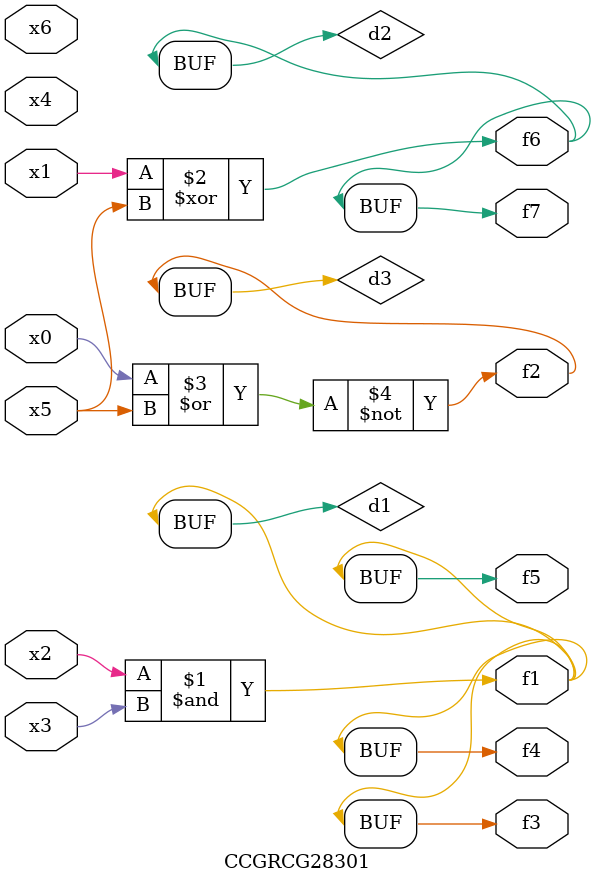
<source format=v>
module CCGRCG28301(
	input x0, x1, x2, x3, x4, x5, x6,
	output f1, f2, f3, f4, f5, f6, f7
);

	wire d1, d2, d3;

	and (d1, x2, x3);
	xor (d2, x1, x5);
	nor (d3, x0, x5);
	assign f1 = d1;
	assign f2 = d3;
	assign f3 = d1;
	assign f4 = d1;
	assign f5 = d1;
	assign f6 = d2;
	assign f7 = d2;
endmodule

</source>
